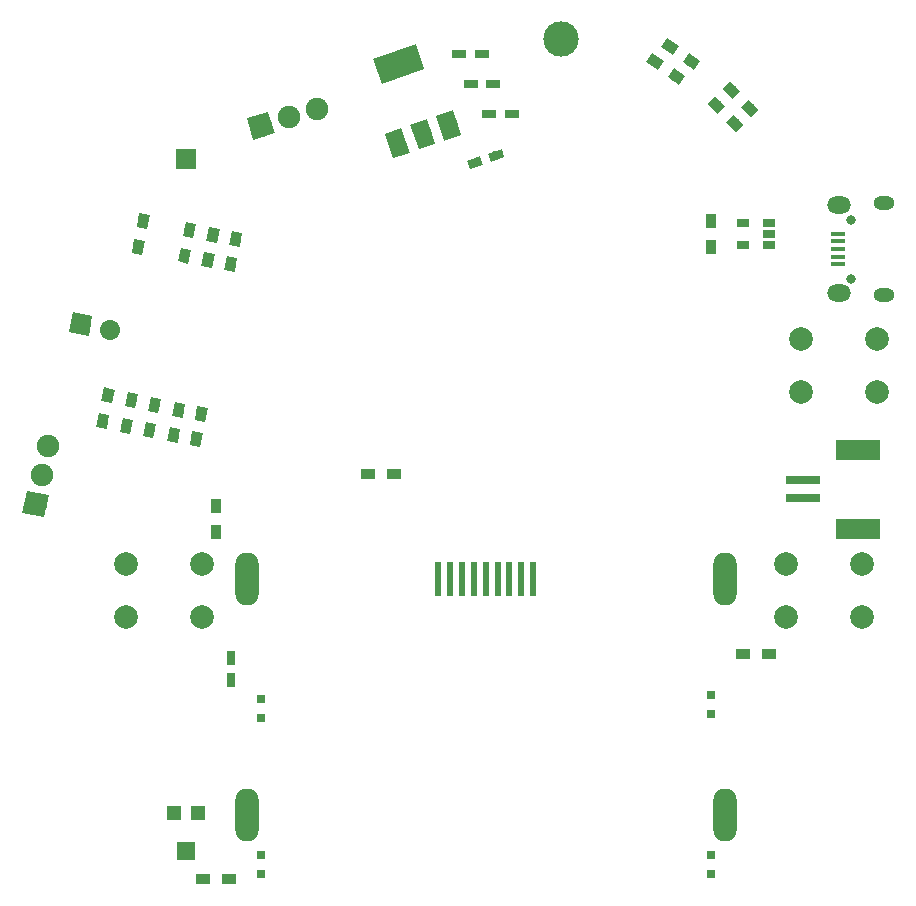
<source format=gbr>
G04 #@! TF.GenerationSoftware,KiCad,Pcbnew,(5.0.0-3-g5ebb6b6)*
G04 #@! TF.CreationDate,2019-01-19T17:02:55+01:00*
G04 #@! TF.ProjectId,Securityfest_2019_badge_beta,5365637572697479666573745F323031,rev?*
G04 #@! TF.SameCoordinates,Original*
G04 #@! TF.FileFunction,Soldermask,Top*
G04 #@! TF.FilePolarity,Negative*
%FSLAX46Y46*%
G04 Gerber Fmt 4.6, Leading zero omitted, Abs format (unit mm)*
G04 Created by KiCad (PCBNEW (5.0.0-3-g5ebb6b6)) date 2019 January 19, Saturday 17:02:55*
%MOMM*%
%LPD*%
G01*
G04 APERTURE LIST*
%ADD10C,2.000000*%
%ADD11R,1.700000X1.700000*%
%ADD12C,1.700000*%
%ADD13C,0.100000*%
%ADD14C,1.700000*%
%ADD15R,1.600000X1.500000*%
%ADD16R,1.200000X1.200000*%
%ADD17R,0.800000X0.800000*%
%ADD18R,1.200000X0.750000*%
%ADD19C,0.750000*%
%ADD20R,0.750000X1.200000*%
%ADD21C,0.900000*%
%ADD22O,0.800000X0.800000*%
%ADD23O,1.800000X1.150000*%
%ADD24O,2.000000X1.450000*%
%ADD25R,1.300000X0.450000*%
%ADD26R,3.800000X1.800000*%
%ADD27R,3.000000X0.800000*%
%ADD28R,0.900000X1.200000*%
%ADD29R,1.200000X0.900000*%
%ADD30C,1.900000*%
%ADD31R,1.060000X0.650000*%
%ADD32C,1.500000*%
%ADD33C,2.200000*%
%ADD34O,2.000000X4.500000*%
%ADD35R,0.600000X3.000000*%
%ADD36C,3.000000*%
G04 APERTURE END LIST*
D10*
G04 #@! TO.C,SW3*
X185570000Y-69850000D03*
X185570000Y-74350000D03*
X179070000Y-69850000D03*
X179070000Y-74350000D03*
G04 #@! TD*
D11*
G04 #@! TO.C,GPIO16*
X127000000Y-54610000D03*
G04 #@! TD*
D12*
G04 #@! TO.C,TX/RX*
X118110000Y-68580000D03*
D13*
G36*
X117113429Y-69252195D02*
X117437805Y-67583429D01*
X119106571Y-67907805D01*
X118782195Y-69576571D01*
X117113429Y-69252195D01*
X117113429Y-69252195D01*
G37*
D12*
X120603333Y-69064655D03*
D14*
X120603333Y-69064655D02*
X120603333Y-69064655D01*
G04 #@! TD*
D15*
G04 #@! TO.C,RV1*
X127000000Y-113210000D03*
D16*
X128000000Y-109960000D03*
X126000000Y-109960000D03*
G04 #@! TD*
D17*
G04 #@! TO.C,D6*
X171450000Y-113500000D03*
X171450000Y-115100000D03*
G04 #@! TD*
G04 #@! TO.C,D5*
X171450000Y-101600000D03*
X171450000Y-100000000D03*
G04 #@! TD*
G04 #@! TO.C,D3*
X133350000Y-101930000D03*
X133350000Y-100330000D03*
G04 #@! TD*
G04 #@! TO.C,D4*
X133350000Y-115100000D03*
X133350000Y-113500000D03*
G04 #@! TD*
D18*
G04 #@! TO.C,C1*
X154620000Y-50800000D03*
X152720000Y-50800000D03*
G04 #@! TD*
G04 #@! TO.C,C2*
X151130000Y-48260000D03*
X153030000Y-48260000D03*
G04 #@! TD*
D19*
G04 #@! TO.C,C3*
X153298243Y-54300710D03*
D13*
G36*
X153743466Y-53750800D02*
X153987642Y-54459939D01*
X152853020Y-54850620D01*
X152608844Y-54141481D01*
X153743466Y-53750800D01*
X153743466Y-53750800D01*
G37*
D19*
X151501757Y-54919290D03*
D13*
G36*
X151946980Y-54369380D02*
X152191156Y-55078519D01*
X151056534Y-55469200D01*
X150812358Y-54760061D01*
X151946980Y-54369380D01*
X151946980Y-54369380D01*
G37*
G04 #@! TD*
D18*
G04 #@! TO.C,C4*
X150180000Y-45720000D03*
X152080000Y-45720000D03*
G04 #@! TD*
D20*
G04 #@! TO.C,C5*
X130810000Y-98740000D03*
X130810000Y-96840000D03*
G04 #@! TD*
D21*
G04 #@! TO.C,D1*
X174767817Y-50307817D03*
D13*
G36*
X174025355Y-50201751D02*
X174661751Y-49565355D01*
X175510279Y-50413883D01*
X174873883Y-51050279D01*
X174025355Y-50201751D01*
X174025355Y-50201751D01*
G37*
D21*
X173212183Y-48752183D03*
D13*
G36*
X172469721Y-48646117D02*
X173106117Y-48009721D01*
X173954645Y-48858249D01*
X173318249Y-49494645D01*
X172469721Y-48646117D01*
X172469721Y-48646117D01*
G37*
G04 #@! TD*
D21*
G04 #@! TO.C,D2*
X168008933Y-45089066D03*
D13*
G36*
X168758534Y-45064593D02*
X168242315Y-45801830D01*
X167259332Y-45113539D01*
X167775551Y-44376302D01*
X168758534Y-45064593D01*
X168758534Y-45064593D01*
G37*
D21*
X169811067Y-46350934D03*
D13*
G36*
X170560668Y-46326461D02*
X170044449Y-47063698D01*
X169061466Y-46375407D01*
X169577685Y-45638170D01*
X170560668Y-46326461D01*
X170560668Y-46326461D01*
G37*
G04 #@! TD*
D22*
G04 #@! TO.C,J1*
X183350000Y-59730000D03*
X183350000Y-64730000D03*
D23*
X186100000Y-58355000D03*
X186100000Y-66105000D03*
D24*
X182300000Y-58505000D03*
X182300000Y-65955000D03*
D25*
X182250000Y-60930000D03*
X182250000Y-61580000D03*
X182250000Y-62230000D03*
X182250000Y-62880000D03*
X182250000Y-63530000D03*
G04 #@! TD*
D26*
G04 #@! TO.C,J2*
X183960000Y-85900000D03*
X183960000Y-79200000D03*
D27*
X179260000Y-81800000D03*
X179260000Y-83300000D03*
G04 #@! TD*
D28*
G04 #@! TO.C,R1*
X171450000Y-62060000D03*
X171450000Y-59860000D03*
G04 #@! TD*
D21*
G04 #@! TO.C,R2*
X171942183Y-50022183D03*
D13*
G36*
X171199721Y-49916117D02*
X171836117Y-49279721D01*
X172684645Y-50128249D01*
X172048249Y-50764645D01*
X171199721Y-49916117D01*
X171199721Y-49916117D01*
G37*
D21*
X173497817Y-51577817D03*
D13*
G36*
X172755355Y-51471751D02*
X173391751Y-50835355D01*
X174240279Y-51683883D01*
X173603883Y-52320279D01*
X172755355Y-51471751D01*
X172755355Y-51471751D01*
G37*
G04 #@! TD*
D21*
G04 #@! TO.C,R3*
X166738933Y-46359066D03*
D13*
G36*
X167488534Y-46334593D02*
X166972315Y-47071830D01*
X165989332Y-46383539D01*
X166505551Y-45646302D01*
X167488534Y-46334593D01*
X167488534Y-46334593D01*
G37*
D21*
X168541067Y-47620934D03*
D13*
G36*
X169290668Y-47596461D02*
X168774449Y-48333698D01*
X167791466Y-47645407D01*
X168307685Y-46908170D01*
X169290668Y-47596461D01*
X169290668Y-47596461D01*
G37*
G04 #@! TD*
D29*
G04 #@! TO.C,R4*
X142410000Y-81280000D03*
X144610000Y-81280000D03*
G04 #@! TD*
G04 #@! TO.C,R5*
X176360000Y-96520000D03*
X174160000Y-96520000D03*
G04 #@! TD*
D28*
G04 #@! TO.C,R6*
X129540000Y-83990000D03*
X129540000Y-86190000D03*
G04 #@! TD*
D29*
G04 #@! TO.C,R7*
X128440000Y-115570000D03*
X130640000Y-115570000D03*
G04 #@! TD*
D21*
G04 #@! TO.C,R8*
X122974459Y-62038676D03*
D13*
G36*
X122650750Y-61362131D02*
X123533303Y-61538483D01*
X123298168Y-62715221D01*
X122415615Y-62538869D01*
X122650750Y-61362131D01*
X122650750Y-61362131D01*
G37*
D21*
X123405541Y-59881324D03*
D13*
G36*
X123081832Y-59204779D02*
X123964385Y-59381131D01*
X123729250Y-60557869D01*
X122846697Y-60381517D01*
X123081832Y-59204779D01*
X123081832Y-59204779D01*
G37*
G04 #@! TD*
D21*
G04 #@! TO.C,R9*
X126884459Y-62778676D03*
D13*
G36*
X126560750Y-62102131D02*
X127443303Y-62278483D01*
X127208168Y-63455221D01*
X126325615Y-63278869D01*
X126560750Y-62102131D01*
X126560750Y-62102131D01*
G37*
D21*
X127315541Y-60621324D03*
D13*
G36*
X126991832Y-59944779D02*
X127874385Y-60121131D01*
X127639250Y-61297869D01*
X126756697Y-61121517D01*
X126991832Y-59944779D01*
X126991832Y-59944779D01*
G37*
G04 #@! TD*
D21*
G04 #@! TO.C,R10*
X129315541Y-61021324D03*
D13*
G36*
X128991832Y-60344779D02*
X129874385Y-60521131D01*
X129639250Y-61697869D01*
X128756697Y-61521517D01*
X128991832Y-60344779D01*
X128991832Y-60344779D01*
G37*
D21*
X128884459Y-63178676D03*
D13*
G36*
X128560750Y-62502131D02*
X129443303Y-62678483D01*
X129208168Y-63855221D01*
X128325615Y-63678869D01*
X128560750Y-62502131D01*
X128560750Y-62502131D01*
G37*
G04 #@! TD*
D21*
G04 #@! TO.C,R11*
X130810000Y-63500000D03*
D13*
G36*
X130486291Y-62823455D02*
X131368844Y-62999807D01*
X131133709Y-64176545D01*
X130251156Y-64000193D01*
X130486291Y-62823455D01*
X130486291Y-62823455D01*
G37*
D21*
X131241082Y-61342648D03*
D13*
G36*
X130917373Y-60666103D02*
X131799926Y-60842455D01*
X131564791Y-62019193D01*
X130682238Y-61842841D01*
X130917373Y-60666103D01*
X130917373Y-60666103D01*
G37*
G04 #@! TD*
D21*
G04 #@! TO.C,R12*
X119984459Y-76778676D03*
D13*
G36*
X120308168Y-77455221D02*
X119425615Y-77278869D01*
X119660750Y-76102131D01*
X120543303Y-76278483D01*
X120308168Y-77455221D01*
X120308168Y-77455221D01*
G37*
D21*
X120415541Y-74621324D03*
D13*
G36*
X120739250Y-75297869D02*
X119856697Y-75121517D01*
X120091832Y-73944779D01*
X120974385Y-74121131D01*
X120739250Y-75297869D01*
X120739250Y-75297869D01*
G37*
G04 #@! TD*
D21*
G04 #@! TO.C,R13*
X122415541Y-75021324D03*
D13*
G36*
X122739250Y-75697869D02*
X121856697Y-75521517D01*
X122091832Y-74344779D01*
X122974385Y-74521131D01*
X122739250Y-75697869D01*
X122739250Y-75697869D01*
G37*
D21*
X121984459Y-77178676D03*
D13*
G36*
X122308168Y-77855221D02*
X121425615Y-77678869D01*
X121660750Y-76502131D01*
X122543303Y-76678483D01*
X122308168Y-77855221D01*
X122308168Y-77855221D01*
G37*
G04 #@! TD*
D21*
G04 #@! TO.C,R14*
X123934459Y-77578676D03*
D13*
G36*
X124258168Y-78255221D02*
X123375615Y-78078869D01*
X123610750Y-76902131D01*
X124493303Y-77078483D01*
X124258168Y-78255221D01*
X124258168Y-78255221D01*
G37*
D21*
X124365541Y-75421324D03*
D13*
G36*
X124689250Y-76097869D02*
X123806697Y-75921517D01*
X124041832Y-74744779D01*
X124924385Y-74921131D01*
X124689250Y-76097869D01*
X124689250Y-76097869D01*
G37*
G04 #@! TD*
D21*
G04 #@! TO.C,R15*
X125984459Y-77978676D03*
D13*
G36*
X126308168Y-78655221D02*
X125425615Y-78478869D01*
X125660750Y-77302131D01*
X126543303Y-77478483D01*
X126308168Y-78655221D01*
X126308168Y-78655221D01*
G37*
D21*
X126415541Y-75821324D03*
D13*
G36*
X126739250Y-76497869D02*
X125856697Y-76321517D01*
X126091832Y-75144779D01*
X126974385Y-75321131D01*
X126739250Y-76497869D01*
X126739250Y-76497869D01*
G37*
G04 #@! TD*
D21*
G04 #@! TO.C,R16*
X127884459Y-78338676D03*
D13*
G36*
X128208168Y-79015221D02*
X127325615Y-78838869D01*
X127560750Y-77662131D01*
X128443303Y-77838483D01*
X128208168Y-79015221D01*
X128208168Y-79015221D01*
G37*
D21*
X128315541Y-76181324D03*
D13*
G36*
X128639250Y-76857869D02*
X127756697Y-76681517D01*
X127991832Y-75504779D01*
X128874385Y-75681131D01*
X128639250Y-76857869D01*
X128639250Y-76857869D01*
G37*
G04 #@! TD*
D30*
G04 #@! TO.C,S1*
X133350000Y-51800000D03*
D13*
G36*
X132719264Y-52986243D02*
X132163757Y-51169264D01*
X133980736Y-50613757D01*
X134536243Y-52430736D01*
X132719264Y-52986243D01*
X132719264Y-52986243D01*
G37*
D30*
X135740762Y-51069071D03*
X138131524Y-50338141D03*
G04 #@! TD*
G04 #@! TO.C,S2*
X115339558Y-78929262D03*
X114819779Y-81374631D03*
X114300000Y-83820000D03*
D13*
G36*
X115031724Y-84946756D02*
X113173244Y-84551724D01*
X113568276Y-82693244D01*
X115426756Y-83088276D01*
X115031724Y-84946756D01*
X115031724Y-84946756D01*
G37*
G04 #@! TD*
D10*
G04 #@! TO.C,SW1*
X128420000Y-88900000D03*
X128420000Y-93400000D03*
X121920000Y-88900000D03*
X121920000Y-93400000D03*
G04 #@! TD*
G04 #@! TO.C,SW2*
X177800000Y-93400000D03*
X177800000Y-88900000D03*
X184300000Y-93400000D03*
X184300000Y-88900000D03*
G04 #@! TD*
D31*
G04 #@! TO.C,U1*
X174160000Y-61910000D03*
X174160000Y-60010000D03*
X176360000Y-60010000D03*
X176360000Y-60960000D03*
X176360000Y-61910000D03*
G04 #@! TD*
D32*
G04 #@! TO.C,U2*
X149250232Y-51759577D03*
D13*
G36*
X148899218Y-53043824D02*
X148182968Y-50963683D01*
X149601246Y-50475330D01*
X150317496Y-52555471D01*
X148899218Y-53043824D01*
X148899218Y-53043824D01*
G37*
D32*
X147075540Y-52508384D03*
D13*
G36*
X146724526Y-53792631D02*
X146008276Y-51712490D01*
X147426554Y-51224137D01*
X148142804Y-53304278D01*
X146724526Y-53792631D01*
X146724526Y-53792631D01*
G37*
D32*
X144900847Y-53257190D03*
D13*
G36*
X144549833Y-54541437D02*
X143833583Y-52461296D01*
X145251861Y-51972943D01*
X145968111Y-54053084D01*
X144549833Y-54541437D01*
X144549833Y-54541437D01*
G37*
D33*
X145024460Y-46551616D03*
D13*
G36*
X143586100Y-48210266D02*
X142869850Y-46130125D01*
X146462820Y-44892966D01*
X147179070Y-46973107D01*
X143586100Y-48210266D01*
X143586100Y-48210266D01*
G37*
G04 #@! TD*
D32*
G04 #@! TO.C,U3*
X172650000Y-110630000D03*
X172650000Y-109380000D03*
X132150000Y-110880000D03*
X132150000Y-109630000D03*
X132150000Y-111380000D03*
X132150000Y-108880000D03*
X132150000Y-91380000D03*
X132150000Y-90880000D03*
X132150000Y-88880000D03*
X132150000Y-89380000D03*
X172650000Y-111380000D03*
X172650000Y-108880000D03*
X172650000Y-90630000D03*
D34*
X172650000Y-110130000D03*
X132150000Y-110130000D03*
X172650000Y-90130000D03*
X132150000Y-90130000D03*
D35*
X156400000Y-90130000D03*
X155400000Y-90130000D03*
X154400000Y-90130000D03*
X153400000Y-90130000D03*
X148400000Y-90130000D03*
X149400000Y-90130000D03*
X152400000Y-90130000D03*
X151400000Y-90130000D03*
X150400000Y-90130000D03*
D32*
X172650000Y-88880000D03*
X172650000Y-91380000D03*
X172650000Y-89380000D03*
G04 #@! TD*
D36*
G04 #@! TO.C,REF\002A\002A*
X158750000Y-44450000D03*
G04 #@! TD*
M02*

</source>
